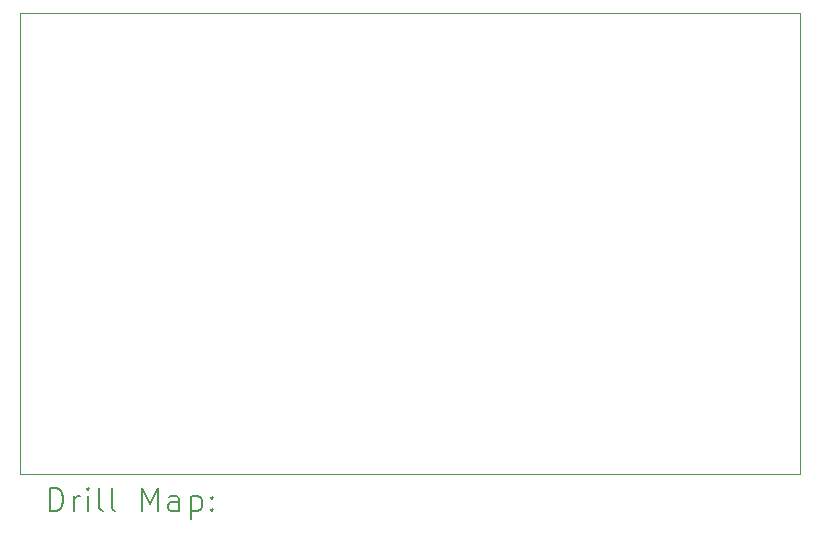
<source format=gbr>
%FSLAX45Y45*%
G04 Gerber Fmt 4.5, Leading zero omitted, Abs format (unit mm)*
G04 Created by KiCad (PCBNEW (6.0.5)) date 2022-05-09 22:53:39*
%MOMM*%
%LPD*%
G01*
G04 APERTURE LIST*
%TA.AperFunction,Profile*%
%ADD10C,0.100000*%
%TD*%
%ADD11C,0.200000*%
G04 APERTURE END LIST*
D10*
X11950000Y-8100000D02*
X18550000Y-8100000D01*
X18550000Y-8100000D02*
X18550000Y-12000000D01*
X18550000Y-12000000D02*
X11950000Y-12000000D01*
X11950000Y-12000000D02*
X11950000Y-8100000D01*
D11*
X12202619Y-12315476D02*
X12202619Y-12115476D01*
X12250238Y-12115476D01*
X12278809Y-12125000D01*
X12297857Y-12144048D01*
X12307381Y-12163095D01*
X12316905Y-12201190D01*
X12316905Y-12229762D01*
X12307381Y-12267857D01*
X12297857Y-12286905D01*
X12278809Y-12305952D01*
X12250238Y-12315476D01*
X12202619Y-12315476D01*
X12402619Y-12315476D02*
X12402619Y-12182143D01*
X12402619Y-12220238D02*
X12412143Y-12201190D01*
X12421667Y-12191667D01*
X12440714Y-12182143D01*
X12459762Y-12182143D01*
X12526428Y-12315476D02*
X12526428Y-12182143D01*
X12526428Y-12115476D02*
X12516905Y-12125000D01*
X12526428Y-12134524D01*
X12535952Y-12125000D01*
X12526428Y-12115476D01*
X12526428Y-12134524D01*
X12650238Y-12315476D02*
X12631190Y-12305952D01*
X12621667Y-12286905D01*
X12621667Y-12115476D01*
X12755000Y-12315476D02*
X12735952Y-12305952D01*
X12726428Y-12286905D01*
X12726428Y-12115476D01*
X12983571Y-12315476D02*
X12983571Y-12115476D01*
X13050238Y-12258333D01*
X13116905Y-12115476D01*
X13116905Y-12315476D01*
X13297857Y-12315476D02*
X13297857Y-12210714D01*
X13288333Y-12191667D01*
X13269286Y-12182143D01*
X13231190Y-12182143D01*
X13212143Y-12191667D01*
X13297857Y-12305952D02*
X13278809Y-12315476D01*
X13231190Y-12315476D01*
X13212143Y-12305952D01*
X13202619Y-12286905D01*
X13202619Y-12267857D01*
X13212143Y-12248809D01*
X13231190Y-12239286D01*
X13278809Y-12239286D01*
X13297857Y-12229762D01*
X13393095Y-12182143D02*
X13393095Y-12382143D01*
X13393095Y-12191667D02*
X13412143Y-12182143D01*
X13450238Y-12182143D01*
X13469286Y-12191667D01*
X13478809Y-12201190D01*
X13488333Y-12220238D01*
X13488333Y-12277381D01*
X13478809Y-12296428D01*
X13469286Y-12305952D01*
X13450238Y-12315476D01*
X13412143Y-12315476D01*
X13393095Y-12305952D01*
X13574048Y-12296428D02*
X13583571Y-12305952D01*
X13574048Y-12315476D01*
X13564524Y-12305952D01*
X13574048Y-12296428D01*
X13574048Y-12315476D01*
X13574048Y-12191667D02*
X13583571Y-12201190D01*
X13574048Y-12210714D01*
X13564524Y-12201190D01*
X13574048Y-12191667D01*
X13574048Y-12210714D01*
M02*

</source>
